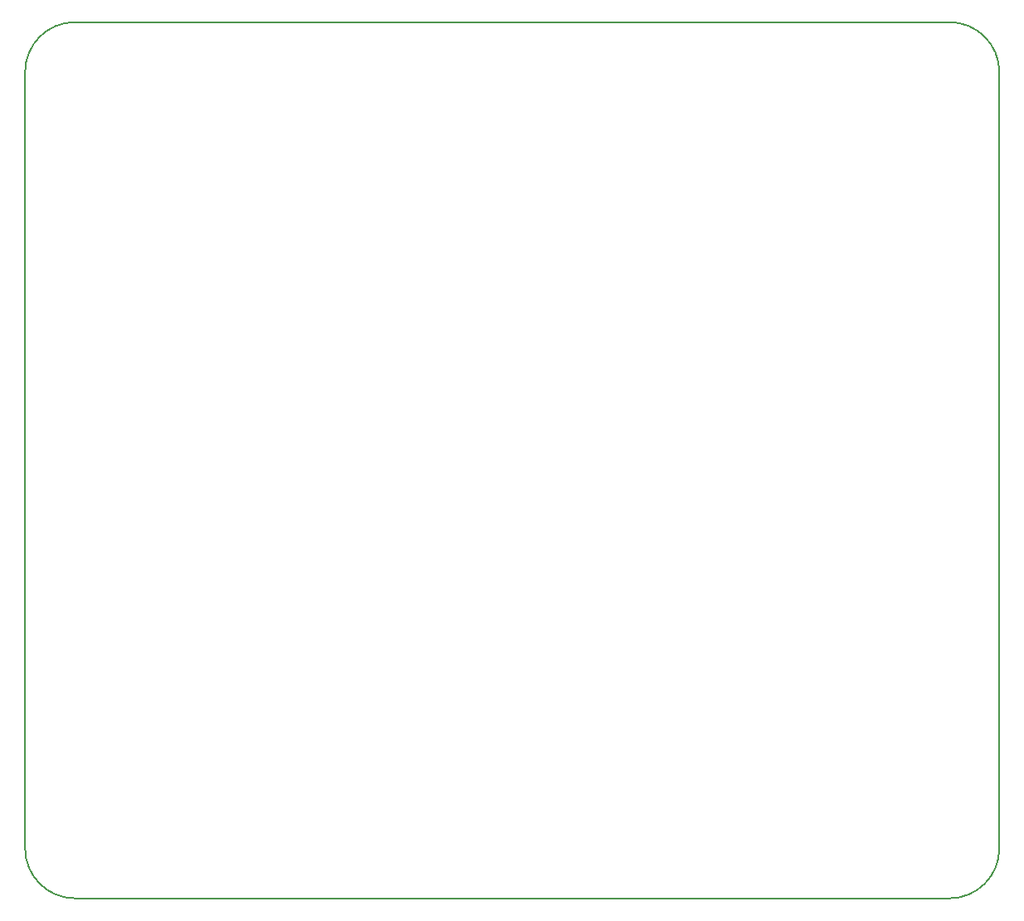
<source format=gbr>
G04 #@! TF.FileFunction,Profile,NP*
%FSLAX46Y46*%
G04 Gerber Fmt 4.6, Leading zero omitted, Abs format (unit mm)*
G04 Created by KiCad (PCBNEW 4.0.7) date 01/22/18 20:26:34*
%MOMM*%
%LPD*%
G01*
G04 APERTURE LIST*
%ADD10C,0.100000*%
%ADD11C,0.150000*%
G04 APERTURE END LIST*
D10*
D11*
X91694000Y-133096000D02*
G75*
G03X96774000Y-138176000I5080000J0D01*
G01*
X91694000Y-53848000D02*
X91694000Y-133096000D01*
X185928000Y-48768000D02*
X96774000Y-48768000D01*
X191008000Y-133096000D02*
X191008000Y-53848000D01*
X96774000Y-138176000D02*
X185928000Y-138176000D01*
X96774000Y-48768000D02*
G75*
G03X91694000Y-53848000I0J-5080000D01*
G01*
X191008000Y-53848000D02*
G75*
G03X185928000Y-48768000I-5080000J0D01*
G01*
X185928000Y-138176000D02*
G75*
G03X191008000Y-133096000I0J5080000D01*
G01*
M02*

</source>
